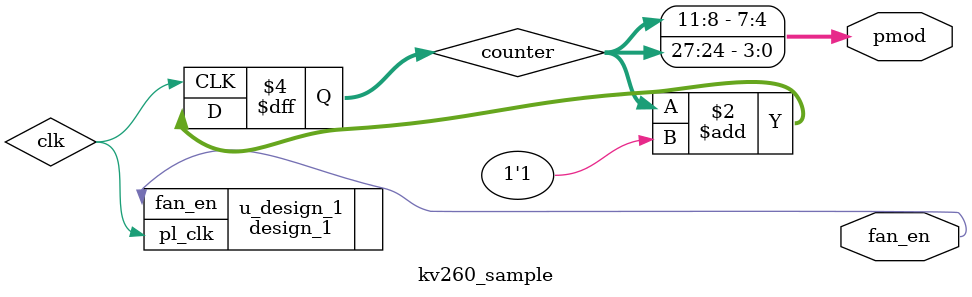
<source format=sv>

`timescale 1ns / 1ps
`default_nettype none

module kv260_sample
            (
                output  var logic   [7:0]   pmod    ,
                output  var logic           fan_en
            );
    
    // PS
    logic           clk;    // 100MHz
    design_1
        u_design_1
            (
                .fan_en     (fan_en ),
                .pl_clk     (clk    )
            );
    
    // counter
    (* MARK_DEBUG = "true" *)   logic   [27:0]     counter = '0;
    always_ff @(posedge clk) begin
        counter <= counter + 1'b1;
    end

    // PMOD output
    assign pmod[3:0] = counter[27:24];
    assign pmod[7:4] = counter[11:8];
    
endmodule


`default_nettype wire


// end of file

</source>
